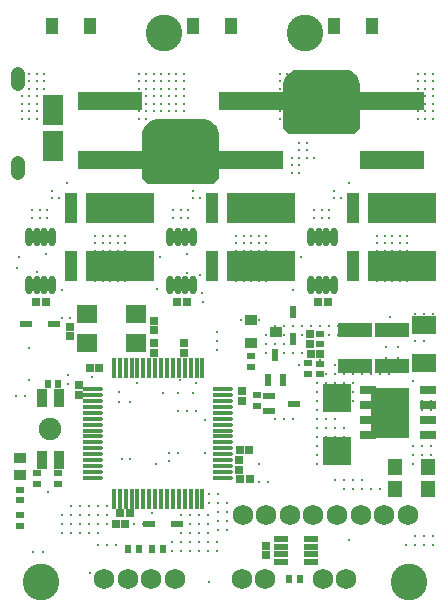
<source format=gbs>
G04 Layer_Color=16711935*
%FSAX25Y25*%
%MOIN*%
G70*
G01*
G75*
%ADD46C,0.12205*%
%ADD47C,0.07480*%
%ADD108R,0.02647X0.02647*%
%ADD109R,0.02765X0.02372*%
%ADD110R,0.02372X0.02765*%
%ADD111R,0.02647X0.02647*%
%ADD114C,0.06900*%
%ADD115C,0.01200*%
%ADD116O,0.06702X0.01584*%
%ADD117O,0.01584X0.06702*%
%ADD118R,0.05301X0.02805*%
%ADD119O,0.02372X0.06112*%
%ADD120R,0.04104X0.10206*%
%ADD121R,0.22647X0.10206*%
%ADD122R,0.06702X0.10049*%
%ADD123R,0.04567X0.02402*%
%ADD124R,0.03947X0.02372*%
%ADD125R,0.04200X0.03800*%
%ADD126R,0.04183X0.05403*%
%ADD127R,0.21466X0.05915*%
%ADD128R,0.11230X0.05128*%
%ADD129R,0.08080X0.05915*%
%ADD130R,0.06900X0.06100*%
%ADD131R,0.02372X0.03947*%
%ADD132R,0.03750X0.06112*%
%ADD133R,0.04143X0.03356*%
%ADD134R,0.02175X0.03947*%
%ADD135R,0.03947X0.02175*%
%ADD136R,0.04931X0.05403*%
%ADD137R,0.09655X0.09655*%
%ADD138R,0.13100X0.16600*%
%ADD139O,0.04931X0.08080*%
G36*
X0577199Y0375301D02*
X0592199Y0375301D01*
X0592200Y0375301D01*
X0592692Y0375301D01*
X0592697Y0375300D01*
X0592703Y0375301D01*
X0592721Y0375299D01*
X0592739Y0375297D01*
X0592744Y0375296D01*
X0592750Y0375295D01*
X0593716Y0375103D01*
X0593722Y0375101D01*
X0593728Y0375100D01*
X0593745Y0375095D01*
X0593762Y0375090D01*
X0593767Y0375088D01*
X0593773Y0375086D01*
X0594683Y0374709D01*
X0594688Y0374706D01*
X0594694Y0374704D01*
X0594709Y0374696D01*
X0594725Y0374688D01*
X0594730Y0374684D01*
X0594735Y0374681D01*
X0595554Y0374134D01*
X0595558Y0374130D01*
X0595563Y0374127D01*
X0595577Y0374116D01*
X0595591Y0374105D01*
X0595595Y0374100D01*
X0595599Y0374096D01*
X0596296Y0373400D01*
X0596300Y0373396D01*
X0596304Y0373392D01*
X0596315Y0373378D01*
X0596326Y0373364D01*
X0596329Y0373359D01*
X0596333Y0373355D01*
X0596880Y0372536D01*
X0596883Y0372531D01*
X0596887Y0372526D01*
X0596895Y0372510D01*
X0596903Y0372494D01*
X0596905Y0372489D01*
X0596908Y0372484D01*
X0597285Y0371574D01*
X0597287Y0371568D01*
X0597289Y0371563D01*
X0597294Y0371545D01*
X0597300Y0371529D01*
X0597300Y0371523D01*
X0597302Y0371517D01*
X0597494Y0370551D01*
X0597495Y0370545D01*
X0597496Y0370540D01*
X0597498Y0370522D01*
X0597500Y0370504D01*
X0597500Y0370498D01*
X0597500Y0370493D01*
X0597500Y0370000D01*
X0597500Y0356000D01*
X0597496Y0355953D01*
X0597485Y0355907D01*
X0597467Y0355863D01*
X0597443Y0355823D01*
X0597412Y0355787D01*
X0595412Y0353787D01*
X0595376Y0353757D01*
X0595336Y0353732D01*
X0595292Y0353714D01*
X0595246Y0353703D01*
X0595199Y0353699D01*
X0574199D01*
X0574152Y0353703D01*
X0574106Y0353714D01*
X0574062Y0353732D01*
X0574022Y0353757D01*
X0573986Y0353787D01*
X0571986Y0355787D01*
X0571956Y0355823D01*
X0571931Y0355863D01*
X0571913Y0355907D01*
X0571902Y0355953D01*
X0571898Y0356000D01*
X0571898Y0370000D01*
D01*
X0571898Y0370492D01*
X0571899Y0370498D01*
X0571898Y0370504D01*
X0571901Y0370522D01*
X0571902Y0370539D01*
X0571903Y0370545D01*
X0571904Y0370551D01*
X0572096Y0371517D01*
X0572098Y0371523D01*
X0572099Y0371529D01*
X0572104Y0371546D01*
X0572109Y0371563D01*
X0572111Y0371568D01*
X0572113Y0371574D01*
X0572490Y0372484D01*
X0572493Y0372489D01*
X0572495Y0372494D01*
X0572504Y0372510D01*
X0572511Y0372526D01*
X0572515Y0372531D01*
X0572518Y0372536D01*
X0573065Y0373355D01*
X0573069Y0373359D01*
X0573072Y0373364D01*
X0573083Y0373378D01*
X0573094Y0373392D01*
X0573099Y0373396D01*
X0573103Y0373400D01*
X0573799Y0374097D01*
X0573803Y0374100D01*
X0573807Y0374105D01*
X0573821Y0374116D01*
X0573835Y0374127D01*
X0573840Y0374130D01*
X0573844Y0374134D01*
X0574663Y0374681D01*
X0574669Y0374684D01*
X0574673Y0374688D01*
X0574689Y0374696D01*
X0574705Y0374704D01*
X0574710Y0374706D01*
X0574716Y0374709D01*
X0575626Y0375086D01*
X0575631Y0375088D01*
X0575636Y0375090D01*
X0575654Y0375095D01*
X0575670Y0375100D01*
X0575676Y0375101D01*
X0575682Y0375103D01*
X0576648Y0375295D01*
X0576654Y0375296D01*
X0576660Y0375297D01*
X0576677Y0375299D01*
X0576695Y0375301D01*
X0576701Y0375301D01*
X0576707Y0375301D01*
X0577199Y0375301D01*
D02*
G37*
G36*
X0624199Y0391801D02*
X0639199Y0391801D01*
X0639200Y0391801D01*
X0639692Y0391801D01*
X0639698Y0391800D01*
X0639703Y0391801D01*
X0639721Y0391798D01*
X0639739Y0391797D01*
X0639744Y0391796D01*
X0639750Y0391795D01*
X0640716Y0391603D01*
X0640722Y0391601D01*
X0640728Y0391600D01*
X0640745Y0391595D01*
X0640762Y0391590D01*
X0640767Y0391588D01*
X0640773Y0391586D01*
X0641683Y0391209D01*
X0641688Y0391206D01*
X0641693Y0391204D01*
X0641709Y0391196D01*
X0641725Y0391188D01*
X0641730Y0391184D01*
X0641735Y0391181D01*
X0642554Y0390634D01*
X0642558Y0390630D01*
X0642563Y0390627D01*
X0642577Y0390616D01*
X0642591Y0390605D01*
X0642595Y0390600D01*
X0642599Y0390597D01*
X0643296Y0389900D01*
X0643299Y0389896D01*
X0643304Y0389892D01*
X0643315Y0389878D01*
X0643326Y0389864D01*
X0643329Y0389859D01*
X0643333Y0389855D01*
X0643880Y0389036D01*
X0643883Y0389031D01*
X0643887Y0389026D01*
X0643895Y0389010D01*
X0643903Y0388994D01*
X0643905Y0388989D01*
X0643908Y0388983D01*
X0644285Y0388074D01*
X0644287Y0388068D01*
X0644289Y0388063D01*
X0644294Y0388045D01*
X0644300Y0388029D01*
X0644301Y0388023D01*
X0644302Y0388017D01*
X0644494Y0387051D01*
X0644495Y0387045D01*
X0644496Y0387039D01*
X0644498Y0387022D01*
X0644500Y0387004D01*
X0644500Y0386998D01*
X0644500Y0386992D01*
X0644500Y0386500D01*
X0644500Y0372500D01*
X0644496Y0372453D01*
X0644485Y0372407D01*
X0644467Y0372363D01*
X0644443Y0372323D01*
X0644412Y0372287D01*
X0642412Y0370287D01*
X0642376Y0370256D01*
X0642336Y0370232D01*
X0642292Y0370214D01*
X0642246Y0370203D01*
X0642199Y0370199D01*
X0621199D01*
X0621152Y0370203D01*
X0621106Y0370214D01*
X0621063Y0370232D01*
X0621022Y0370256D01*
X0620986Y0370287D01*
X0618986Y0372287D01*
X0618956Y0372323D01*
X0618931Y0372363D01*
X0618913Y0372407D01*
X0618902Y0372453D01*
X0618898Y0372500D01*
X0618898Y0386500D01*
D01*
X0618898Y0386992D01*
X0618899Y0386998D01*
X0618898Y0387004D01*
X0618900Y0387022D01*
X0618902Y0387039D01*
X0618903Y0387045D01*
X0618904Y0387051D01*
X0619096Y0388017D01*
X0619098Y0388023D01*
X0619099Y0388029D01*
X0619104Y0388046D01*
X0619109Y0388063D01*
X0619111Y0388068D01*
X0619113Y0388074D01*
X0619490Y0388984D01*
X0619493Y0388989D01*
X0619495Y0388994D01*
X0619503Y0389010D01*
X0619512Y0389026D01*
X0619515Y0389030D01*
X0619518Y0389036D01*
X0620065Y0389855D01*
X0620069Y0389859D01*
X0620072Y0389864D01*
X0620083Y0389878D01*
X0620094Y0389892D01*
X0620099Y0389896D01*
X0620103Y0389900D01*
X0620799Y0390597D01*
X0620803Y0390600D01*
X0620807Y0390605D01*
X0620821Y0390616D01*
X0620835Y0390627D01*
X0620840Y0390630D01*
X0620845Y0390634D01*
X0621664Y0391181D01*
X0621669Y0391184D01*
X0621673Y0391188D01*
X0621689Y0391196D01*
X0621705Y0391204D01*
X0621710Y0391206D01*
X0621715Y0391209D01*
X0622625Y0391586D01*
X0622631Y0391588D01*
X0622637Y0391590D01*
X0622654Y0391595D01*
X0622670Y0391600D01*
X0622676Y0391601D01*
X0622682Y0391603D01*
X0623648Y0391795D01*
X0623654Y0391796D01*
X0623660Y0391797D01*
X0623677Y0391799D01*
X0623695Y0391801D01*
X0623701Y0391800D01*
X0623707Y0391801D01*
X0624199Y0391801D01*
D02*
G37*
D46*
X0538199Y0221000D02*
D03*
X0660699D02*
D03*
X0626199Y0404000D02*
D03*
X0579199D02*
D03*
D47*
X0541239Y0271970D02*
D03*
D108*
X0585699Y0300650D02*
D03*
Y0297500D02*
D03*
X0604000Y0258425D02*
D03*
Y0261575D02*
D03*
X0547699Y0302925D02*
D03*
Y0306075D02*
D03*
X0575699Y0308075D02*
D03*
Y0304925D02*
D03*
X0550699Y0286650D02*
D03*
Y0283500D02*
D03*
X0605199Y0281500D02*
D03*
Y0284650D02*
D03*
X0613199Y0229925D02*
D03*
Y0233075D02*
D03*
X0627699Y0303549D02*
D03*
Y0300400D02*
D03*
X0575699Y0300575D02*
D03*
Y0297425D02*
D03*
D109*
X0536699Y0253728D02*
D03*
Y0257272D02*
D03*
X0608199Y0292728D02*
D03*
Y0296272D02*
D03*
X0610199Y0283272D02*
D03*
Y0279728D02*
D03*
X0627199Y0294043D02*
D03*
Y0290500D02*
D03*
X0631199Y0303746D02*
D03*
Y0300203D02*
D03*
Y0293746D02*
D03*
Y0290203D02*
D03*
X0543699Y0253728D02*
D03*
Y0257272D02*
D03*
X0531199Y0251772D02*
D03*
Y0248228D02*
D03*
Y0243272D02*
D03*
Y0239728D02*
D03*
D110*
X0624471Y0222000D02*
D03*
X0620927D02*
D03*
X0578699Y0232000D02*
D03*
X0575156D02*
D03*
X0570742D02*
D03*
X0567199D02*
D03*
X0540427Y0287000D02*
D03*
X0543971D02*
D03*
D111*
X0633774Y0314500D02*
D03*
X0630624D02*
D03*
X0586774D02*
D03*
X0583624D02*
D03*
X0564624Y0244000D02*
D03*
X0567774D02*
D03*
X0539774Y0314500D02*
D03*
X0536624D02*
D03*
X0557624Y0292500D02*
D03*
X0554475D02*
D03*
X0563124Y0240500D02*
D03*
X0566274D02*
D03*
X0604624Y0255500D02*
D03*
X0607774D02*
D03*
X0607575Y0265000D02*
D03*
X0604425D02*
D03*
X0628124Y0296974D02*
D03*
X0631274D02*
D03*
D114*
X0660443Y0243500D02*
D03*
X0652569D02*
D03*
X0636873D02*
D03*
X0628973D02*
D03*
X0621073D02*
D03*
X0613199D02*
D03*
X0605325D02*
D03*
X0644695D02*
D03*
X0582837Y0222000D02*
D03*
X0574937D02*
D03*
X0567063D02*
D03*
X0559189D02*
D03*
X0612937D02*
D03*
X0605063D02*
D03*
X0632063D02*
D03*
X0639937D02*
D03*
D115*
X0592199Y0314500D02*
D03*
X0591199Y0323500D02*
D03*
X0586774Y0314500D02*
D03*
X0629199Y0362500D02*
D03*
X0640955Y0354000D02*
D03*
X0546955D02*
D03*
X0593955D02*
D03*
X0544199Y0349000D02*
D03*
X0582199Y0362500D02*
D03*
X0591199Y0349000D02*
D03*
X0541699Y0351500D02*
D03*
X0588699D02*
D03*
Y0349000D02*
D03*
X0541699D02*
D03*
X0557624Y0292500D02*
D03*
X0662199Y0288000D02*
D03*
X0638199Y0349000D02*
D03*
X0635699Y0351500D02*
D03*
Y0349000D02*
D03*
X0577199Y0360000D02*
D03*
X0574699D02*
D03*
Y0362500D02*
D03*
X0579699D02*
D03*
X0577199D02*
D03*
X0621699Y0357500D02*
D03*
Y0360000D02*
D03*
Y0362500D02*
D03*
X0624199Y0357500D02*
D03*
Y0360000D02*
D03*
X0626699Y0362500D02*
D03*
X0624199D02*
D03*
X0624699Y0329500D02*
D03*
X0577699D02*
D03*
X0539699Y0330500D02*
D03*
X0530199Y0325728D02*
D03*
X0589699Y0287500D02*
D03*
X0585199Y0300500D02*
D03*
Y0297500D02*
D03*
X0584592Y0288200D02*
D03*
X0588699Y0284000D02*
D03*
X0583699D02*
D03*
X0578699D02*
D03*
X0586699Y0330500D02*
D03*
X0596699Y0304500D02*
D03*
Y0301500D02*
D03*
Y0298500D02*
D03*
X0610668Y0260500D02*
D03*
X0631199Y0295000D02*
D03*
X0607699Y0254500D02*
D03*
X0604699D02*
D03*
X0653231Y0299468D02*
D03*
X0657168D02*
D03*
X0653231Y0295532D02*
D03*
X0657168D02*
D03*
X0565099Y0262000D02*
D03*
X0567699D02*
D03*
X0572199Y0240500D02*
D03*
X0668699Y0233500D02*
D03*
X0665699D02*
D03*
X0662699D02*
D03*
X0659699D02*
D03*
X0636199Y0255000D02*
D03*
X0613699Y0254500D02*
D03*
X0610699D02*
D03*
Y0308500D02*
D03*
X0560199Y0233500D02*
D03*
X0563199D02*
D03*
X0624199Y0293500D02*
D03*
X0613199Y0300500D02*
D03*
X0616199Y0275500D02*
D03*
X0613199Y0297500D02*
D03*
Y0303500D02*
D03*
X0616199Y0300500D02*
D03*
Y0303500D02*
D03*
X0619199Y0297500D02*
D03*
Y0300500D02*
D03*
Y0303500D02*
D03*
X0616199Y0306500D02*
D03*
X0619199D02*
D03*
Y0275500D02*
D03*
X0622199D02*
D03*
Y0297500D02*
D03*
Y0300500D02*
D03*
X0625199Y0297500D02*
D03*
X0622199Y0303500D02*
D03*
X0625199D02*
D03*
X0628199D02*
D03*
X0634199D02*
D03*
X0631199D02*
D03*
X0637199D02*
D03*
X0625199Y0306500D02*
D03*
X0628199D02*
D03*
X0631199D02*
D03*
X0634199D02*
D03*
X0637199D02*
D03*
X0534199Y0288200D02*
D03*
Y0299000D02*
D03*
X0555199Y0298500D02*
D03*
Y0301000D02*
D03*
Y0303500D02*
D03*
X0575299Y0244146D02*
D03*
X0581699Y0231500D02*
D03*
Y0234500D02*
D03*
X0584699Y0231500D02*
D03*
Y0237500D02*
D03*
Y0234500D02*
D03*
Y0240500D02*
D03*
Y0243500D02*
D03*
X0580699Y0261376D02*
D03*
Y0264000D02*
D03*
X0583699D02*
D03*
X0575699Y0300575D02*
D03*
X0535199Y0342500D02*
D03*
X0537699D02*
D03*
X0539774Y0314500D02*
D03*
X0540199Y0342500D02*
D03*
X0535199Y0345000D02*
D03*
X0537699D02*
D03*
X0540199D02*
D03*
X0541699Y0405000D02*
D03*
X0555699Y0347500D02*
D03*
X0565699Y0345000D02*
D03*
X0558199Y0347500D02*
D03*
X0565699D02*
D03*
X0541699Y0408000D02*
D03*
X0563199Y0347500D02*
D03*
X0560699D02*
D03*
X0569699Y0309000D02*
D03*
X0567199D02*
D03*
X0565699Y0342500D02*
D03*
X0572199Y0309000D02*
D03*
X0582199Y0342500D02*
D03*
X0587199D02*
D03*
X0577199Y0365000D02*
D03*
Y0367500D02*
D03*
Y0372500D02*
D03*
Y0370000D02*
D03*
X0582199Y0345000D02*
D03*
X0584699Y0342500D02*
D03*
Y0345000D02*
D03*
X0587199D02*
D03*
X0579699Y0370000D02*
D03*
Y0372500D02*
D03*
Y0367500D02*
D03*
Y0365000D02*
D03*
X0587699Y0231500D02*
D03*
Y0234500D02*
D03*
X0590699Y0231500D02*
D03*
Y0234500D02*
D03*
X0587699Y0237500D02*
D03*
Y0240500D02*
D03*
X0590699Y0237500D02*
D03*
X0587699Y0243500D02*
D03*
X0590699Y0240500D02*
D03*
X0594199Y0221000D02*
D03*
X0593699Y0231500D02*
D03*
X0613199Y0230000D02*
D03*
X0593699Y0234500D02*
D03*
Y0237500D02*
D03*
X0596699Y0231500D02*
D03*
X0593699Y0240500D02*
D03*
X0596699Y0234500D02*
D03*
X0593699Y0243500D02*
D03*
X0590699D02*
D03*
X0607575Y0265000D02*
D03*
X0605199Y0284650D02*
D03*
X0610199Y0283272D02*
D03*
X0633199Y0275500D02*
D03*
X0630199Y0278500D02*
D03*
Y0275500D02*
D03*
X0614046Y0283059D02*
D03*
X0633199Y0278500D02*
D03*
X0630199Y0284500D02*
D03*
Y0281500D02*
D03*
X0636199Y0275500D02*
D03*
Y0278500D02*
D03*
X0640699Y0235000D02*
D03*
X0636199Y0281500D02*
D03*
X0633199D02*
D03*
X0639199Y0278500D02*
D03*
X0636199Y0284500D02*
D03*
X0639199Y0281500D02*
D03*
X0633199Y0284500D02*
D03*
X0630199Y0287500D02*
D03*
X0613719Y0288437D02*
D03*
X0633199Y0287500D02*
D03*
Y0290500D02*
D03*
X0636199Y0287500D02*
D03*
Y0290500D02*
D03*
X0639199Y0284500D02*
D03*
Y0290500D02*
D03*
Y0287500D02*
D03*
X0645199Y0290500D02*
D03*
X0642199D02*
D03*
X0654199D02*
D03*
X0648199D02*
D03*
X0651199D02*
D03*
X0612699Y0345000D02*
D03*
X0629199Y0342500D02*
D03*
X0612699D02*
D03*
X0629199Y0345000D02*
D03*
X0631699Y0342500D02*
D03*
X0602699Y0347500D02*
D03*
X0605199D02*
D03*
X0588699Y0405000D02*
D03*
Y0408000D02*
D03*
X0610199Y0347500D02*
D03*
X0607699D02*
D03*
X0631699Y0345000D02*
D03*
X0612699Y0347500D02*
D03*
X0624199Y0365000D02*
D03*
Y0367500D02*
D03*
X0626699D02*
D03*
Y0365000D02*
D03*
X0639199Y0293500D02*
D03*
X0636199D02*
D03*
X0642199D02*
D03*
X0648199D02*
D03*
X0645199D02*
D03*
X0654443Y0309500D02*
D03*
X0634199Y0342500D02*
D03*
Y0345000D02*
D03*
X0635699Y0405000D02*
D03*
Y0408000D02*
D03*
X0659699Y0345000D02*
D03*
X0649699Y0347500D02*
D03*
X0659699Y0342500D02*
D03*
X0654699Y0347500D02*
D03*
X0652199D02*
D03*
X0657199D02*
D03*
X0659699D02*
D03*
X0630199Y0263500D02*
D03*
Y0260500D02*
D03*
Y0266500D02*
D03*
X0633199Y0263500D02*
D03*
Y0260500D02*
D03*
X0630199Y0269500D02*
D03*
X0633199Y0266500D02*
D03*
X0630199Y0272500D02*
D03*
X0633199Y0269500D02*
D03*
Y0272500D02*
D03*
X0636199Y0263642D02*
D03*
Y0260500D02*
D03*
Y0269500D02*
D03*
Y0266500D02*
D03*
X0639199Y0263500D02*
D03*
Y0260500D02*
D03*
Y0266500D02*
D03*
Y0269500D02*
D03*
X0636199Y0272500D02*
D03*
X0639199D02*
D03*
X0657199Y0284574D02*
D03*
X0567699Y0281000D02*
D03*
X0554573Y0405000D02*
D03*
Y0408000D02*
D03*
X0601573D02*
D03*
Y0405000D02*
D03*
X0648573Y0408000D02*
D03*
Y0405000D02*
D03*
X0575156Y0232000D02*
D03*
X0567199D02*
D03*
X0551199Y0237500D02*
D03*
X0554199D02*
D03*
X0548199Y0240500D02*
D03*
X0554199D02*
D03*
X0551199Y0243500D02*
D03*
Y0240500D02*
D03*
X0554199Y0243500D02*
D03*
X0557199Y0240500D02*
D03*
Y0237500D02*
D03*
X0560199Y0240500D02*
D03*
X0563199D02*
D03*
X0570742Y0232000D02*
D03*
X0557199Y0243500D02*
D03*
X0560199D02*
D03*
X0569199Y0240500D02*
D03*
X0554199Y0246500D02*
D03*
X0557199D02*
D03*
X0560199D02*
D03*
X0578699Y0232000D02*
D03*
X0576499Y0260500D02*
D03*
X0613199Y0233000D02*
D03*
X0605199Y0281500D02*
D03*
X0608199Y0296272D02*
D03*
X0531699Y0375500D02*
D03*
X0534199D02*
D03*
X0536699D02*
D03*
Y0378000D02*
D03*
X0539199Y0375500D02*
D03*
Y0378000D02*
D03*
X0573199Y0375500D02*
D03*
X0570699D02*
D03*
X0578199Y0378000D02*
D03*
X0575699D02*
D03*
X0534199D02*
D03*
X0531699D02*
D03*
X0536699Y0380500D02*
D03*
X0534199D02*
D03*
X0570699Y0378000D02*
D03*
X0573199D02*
D03*
X0580699Y0380500D02*
D03*
X0573199D02*
D03*
X0583199Y0378000D02*
D03*
X0580699D02*
D03*
X0585699D02*
D03*
Y0380500D02*
D03*
X0617699Y0378000D02*
D03*
Y0375500D02*
D03*
X0531699Y0380500D02*
D03*
X0534199Y0383000D02*
D03*
X0531699D02*
D03*
X0534199Y0385500D02*
D03*
X0536699Y0383000D02*
D03*
Y0385500D02*
D03*
X0539199Y0380500D02*
D03*
Y0383000D02*
D03*
X0570699Y0380500D02*
D03*
X0573199Y0383000D02*
D03*
X0570699D02*
D03*
X0539199Y0385500D02*
D03*
X0573199D02*
D03*
X0570699D02*
D03*
X0534199Y0388000D02*
D03*
X0536699D02*
D03*
X0534199Y0390500D02*
D03*
X0570699Y0388000D02*
D03*
X0539199D02*
D03*
X0573199D02*
D03*
X0539199Y0390500D02*
D03*
X0536699D02*
D03*
X0573199D02*
D03*
X0570699D02*
D03*
X0575699Y0383000D02*
D03*
X0578199Y0380500D02*
D03*
X0575699D02*
D03*
X0578199Y0385500D02*
D03*
X0575699D02*
D03*
X0580699Y0383000D02*
D03*
X0578199D02*
D03*
X0583199Y0380500D02*
D03*
Y0383000D02*
D03*
X0617699Y0380500D02*
D03*
X0585699Y0383000D02*
D03*
X0583199Y0385500D02*
D03*
X0580699D02*
D03*
X0617699Y0383000D02*
D03*
Y0385500D02*
D03*
X0578199Y0388000D02*
D03*
X0575699D02*
D03*
X0583199D02*
D03*
X0580699D02*
D03*
X0578199Y0390500D02*
D03*
X0575699D02*
D03*
X0583199D02*
D03*
X0580699D02*
D03*
X0585699Y0385500D02*
D03*
Y0388000D02*
D03*
X0617699D02*
D03*
X0585699Y0390500D02*
D03*
X0620199Y0388000D02*
D03*
X0617699Y0390500D02*
D03*
X0662699Y0301500D02*
D03*
Y0304500D02*
D03*
Y0307500D02*
D03*
Y0310500D02*
D03*
X0622699Y0373000D02*
D03*
X0625199D02*
D03*
X0620199Y0375500D02*
D03*
X0627699Y0373000D02*
D03*
Y0375500D02*
D03*
X0632699Y0373000D02*
D03*
X0630199D02*
D03*
Y0375500D02*
D03*
X0632699D02*
D03*
X0665699Y0301500D02*
D03*
Y0310500D02*
D03*
X0668699D02*
D03*
X0620199Y0378000D02*
D03*
X0622699Y0375500D02*
D03*
Y0378000D02*
D03*
X0620199Y0380500D02*
D03*
Y0383000D02*
D03*
X0622699Y0380500D02*
D03*
Y0383000D02*
D03*
X0625199Y0375500D02*
D03*
Y0378000D02*
D03*
X0630199D02*
D03*
X0627699D02*
D03*
X0625199Y0380500D02*
D03*
Y0383000D02*
D03*
X0630199Y0380500D02*
D03*
X0627699D02*
D03*
X0622699Y0385500D02*
D03*
X0620199D02*
D03*
X0625199D02*
D03*
X0622699Y0388000D02*
D03*
Y0390500D02*
D03*
X0620199D02*
D03*
X0625199Y0388000D02*
D03*
Y0390500D02*
D03*
X0627699Y0383000D02*
D03*
Y0385500D02*
D03*
X0630199Y0383000D02*
D03*
Y0385500D02*
D03*
X0627699Y0388000D02*
D03*
Y0390500D02*
D03*
X0630199Y0388000D02*
D03*
Y0390500D02*
D03*
X0632699Y0378000D02*
D03*
X0663699Y0375500D02*
D03*
Y0378000D02*
D03*
X0632699Y0380500D02*
D03*
Y0383000D02*
D03*
X0663699Y0380500D02*
D03*
X0666199Y0375500D02*
D03*
Y0378000D02*
D03*
X0668699Y0375500D02*
D03*
Y0378000D02*
D03*
X0666199Y0380500D02*
D03*
Y0383000D02*
D03*
X0668699Y0380500D02*
D03*
Y0383000D02*
D03*
X0632699Y0385500D02*
D03*
X0663699Y0383000D02*
D03*
X0632699Y0388000D02*
D03*
Y0390500D02*
D03*
X0663699Y0385500D02*
D03*
Y0390500D02*
D03*
X0666199Y0385500D02*
D03*
X0663699Y0388000D02*
D03*
X0668699Y0385500D02*
D03*
X0666199Y0388000D02*
D03*
Y0390500D02*
D03*
X0668699Y0388000D02*
D03*
Y0390500D02*
D03*
X0570199Y0287500D02*
D03*
X0556199Y0334000D02*
D03*
X0561199Y0331500D02*
D03*
Y0329000D02*
D03*
X0556199Y0326500D02*
D03*
X0563699D02*
D03*
Y0329000D02*
D03*
X0561199Y0326500D02*
D03*
Y0324000D02*
D03*
X0563699D02*
D03*
X0566199D02*
D03*
Y0326500D02*
D03*
Y0329000D02*
D03*
Y0321500D02*
D03*
X0563699D02*
D03*
X0561199D02*
D03*
X0558699D02*
D03*
Y0324000D02*
D03*
Y0326500D02*
D03*
Y0329000D02*
D03*
X0556199Y0324000D02*
D03*
Y0321500D02*
D03*
Y0329000D02*
D03*
Y0331500D02*
D03*
X0558699D02*
D03*
X0563699D02*
D03*
X0566199D02*
D03*
Y0334000D02*
D03*
X0563699D02*
D03*
X0561199D02*
D03*
X0558699D02*
D03*
X0566199Y0336500D02*
D03*
X0563699D02*
D03*
X0561199D02*
D03*
X0558699D02*
D03*
X0556199D02*
D03*
X0603199Y0334000D02*
D03*
X0608199Y0331500D02*
D03*
Y0329000D02*
D03*
X0603199Y0326500D02*
D03*
X0610699D02*
D03*
Y0329000D02*
D03*
X0608199Y0326500D02*
D03*
Y0324000D02*
D03*
X0610699D02*
D03*
X0613199D02*
D03*
Y0326500D02*
D03*
Y0329000D02*
D03*
Y0321500D02*
D03*
X0610699D02*
D03*
X0608199D02*
D03*
X0605699D02*
D03*
Y0324000D02*
D03*
Y0326500D02*
D03*
Y0329000D02*
D03*
X0603199Y0324000D02*
D03*
Y0321500D02*
D03*
Y0329000D02*
D03*
Y0331500D02*
D03*
X0605699D02*
D03*
X0610699D02*
D03*
X0613199D02*
D03*
Y0334000D02*
D03*
X0610699D02*
D03*
X0608199D02*
D03*
X0605699D02*
D03*
X0613199Y0336500D02*
D03*
X0610699D02*
D03*
X0608199D02*
D03*
X0605699D02*
D03*
X0603199D02*
D03*
X0650199D02*
D03*
X0652699D02*
D03*
X0655199D02*
D03*
X0657699D02*
D03*
X0660199D02*
D03*
X0652699Y0334000D02*
D03*
X0655199D02*
D03*
X0657699D02*
D03*
X0660199D02*
D03*
Y0331500D02*
D03*
X0657699D02*
D03*
X0652699D02*
D03*
X0650199D02*
D03*
Y0329000D02*
D03*
Y0321500D02*
D03*
Y0324000D02*
D03*
X0652699Y0329000D02*
D03*
Y0326500D02*
D03*
Y0324000D02*
D03*
Y0321500D02*
D03*
X0655199D02*
D03*
X0657699D02*
D03*
X0660199D02*
D03*
Y0329000D02*
D03*
Y0326500D02*
D03*
Y0324000D02*
D03*
X0657699D02*
D03*
X0655199D02*
D03*
Y0326500D02*
D03*
X0657699Y0329000D02*
D03*
Y0326500D02*
D03*
X0650199D02*
D03*
X0655199Y0329000D02*
D03*
Y0331500D02*
D03*
X0650199Y0334000D02*
D03*
X0589795Y0277904D02*
D03*
X0586699Y0278000D02*
D03*
X0583699D02*
D03*
X0622199Y0318500D02*
D03*
X0600199Y0247500D02*
D03*
X0597199Y0250500D02*
D03*
Y0247500D02*
D03*
X0600199Y0244500D02*
D03*
Y0241500D02*
D03*
X0597199D02*
D03*
X0600199Y0238500D02*
D03*
X0594199Y0250500D02*
D03*
Y0247500D02*
D03*
X0597199Y0244500D02*
D03*
Y0238500D02*
D03*
X0604425Y0265000D02*
D03*
X0592699Y0264000D02*
D03*
Y0275000D02*
D03*
X0639199Y0252000D02*
D03*
X0642199D02*
D03*
X0645199D02*
D03*
X0648199D02*
D03*
X0651199D02*
D03*
X0654199D02*
D03*
X0639199Y0255000D02*
D03*
X0642199D02*
D03*
X0645199D02*
D03*
X0662699Y0236500D02*
D03*
X0665699D02*
D03*
X0668699D02*
D03*
X0668199Y0263500D02*
D03*
X0665199D02*
D03*
X0662199D02*
D03*
X0668199Y0284500D02*
D03*
Y0281500D02*
D03*
Y0278500D02*
D03*
Y0275500D02*
D03*
Y0266500D02*
D03*
X0665199Y0278500D02*
D03*
Y0275500D02*
D03*
Y0284500D02*
D03*
Y0281500D02*
D03*
Y0266500D02*
D03*
X0662199D02*
D03*
Y0260500D02*
D03*
X0665199D02*
D03*
X0668199D02*
D03*
X0642199Y0284500D02*
D03*
Y0287500D02*
D03*
Y0281500D02*
D03*
X0536699Y0324300D02*
D03*
X0576928Y0318728D02*
D03*
X0534199Y0307000D02*
D03*
X0547786Y0308913D02*
D03*
X0545286Y0308913D02*
D03*
X0545199Y0318500D02*
D03*
X0622199Y0306500D02*
D03*
X0604699Y0308500D02*
D03*
X0607699D02*
D03*
X0529699Y0283000D02*
D03*
X0532699D02*
D03*
X0554622Y0224150D02*
D03*
X0531199Y0239728D02*
D03*
Y0256728D02*
D03*
X0557199Y0233500D02*
D03*
X0545199Y0237500D02*
D03*
X0538699Y0231000D02*
D03*
X0535604D02*
D03*
X0531199Y0248228D02*
D03*
X0548199Y0246500D02*
D03*
X0551199D02*
D03*
X0548199Y0243500D02*
D03*
X0545199D02*
D03*
X0540599Y0251000D02*
D03*
X0530699Y0329500D02*
D03*
X0564199Y0281000D02*
D03*
Y0284500D02*
D03*
X0555199Y0289500D02*
D03*
X0547199Y0287000D02*
D03*
X0541199D02*
D03*
X0547199Y0290000D02*
D03*
X0586699Y0324000D02*
D03*
X0591699Y0317500D02*
D03*
X0545199Y0240500D02*
D03*
X0548199Y0237500D02*
D03*
D116*
X0555447Y0285264D02*
D03*
Y0283295D02*
D03*
Y0281327D02*
D03*
Y0279358D02*
D03*
Y0277390D02*
D03*
Y0275421D02*
D03*
Y0273453D02*
D03*
Y0271484D02*
D03*
Y0269516D02*
D03*
Y0267547D02*
D03*
Y0265579D02*
D03*
Y0263610D02*
D03*
Y0261642D02*
D03*
Y0259673D02*
D03*
Y0257705D02*
D03*
Y0255736D02*
D03*
X0598951D02*
D03*
Y0257705D02*
D03*
Y0259673D02*
D03*
Y0261642D02*
D03*
Y0263610D02*
D03*
Y0265579D02*
D03*
Y0267547D02*
D03*
Y0269516D02*
D03*
Y0271484D02*
D03*
Y0273453D02*
D03*
Y0275421D02*
D03*
Y0277390D02*
D03*
Y0279358D02*
D03*
Y0281327D02*
D03*
Y0283295D02*
D03*
Y0285264D02*
D03*
D117*
X0562435Y0248748D02*
D03*
X0564404D02*
D03*
X0566372D02*
D03*
X0568341D02*
D03*
X0570309D02*
D03*
X0572278D02*
D03*
X0574246D02*
D03*
X0576215D02*
D03*
X0578183D02*
D03*
X0580152D02*
D03*
X0582120D02*
D03*
X0584089D02*
D03*
X0586057D02*
D03*
X0588026D02*
D03*
X0589994D02*
D03*
X0591963D02*
D03*
Y0292252D02*
D03*
X0589994D02*
D03*
X0588026D02*
D03*
X0586057D02*
D03*
X0584089D02*
D03*
X0582120D02*
D03*
X0580152D02*
D03*
X0578183D02*
D03*
X0576215D02*
D03*
X0574246D02*
D03*
X0572278D02*
D03*
X0570309D02*
D03*
X0568341D02*
D03*
X0566372D02*
D03*
X0564404D02*
D03*
X0562435D02*
D03*
D118*
X0667150Y0285000D02*
D03*
Y0280000D02*
D03*
Y0275000D02*
D03*
Y0270000D02*
D03*
X0647248Y0285000D02*
D03*
Y0280000D02*
D03*
Y0275000D02*
D03*
Y0270000D02*
D03*
D119*
X0628161Y0336071D02*
D03*
X0630721D02*
D03*
X0633280D02*
D03*
X0635839D02*
D03*
X0628161Y0319929D02*
D03*
X0630721D02*
D03*
X0633280D02*
D03*
X0635839D02*
D03*
X0581161Y0336071D02*
D03*
X0583720D02*
D03*
X0586279D02*
D03*
X0588839D02*
D03*
X0581161Y0319929D02*
D03*
X0583720D02*
D03*
X0586279D02*
D03*
X0588839D02*
D03*
X0534161Y0336071D02*
D03*
X0536721D02*
D03*
X0539280D02*
D03*
X0541839D02*
D03*
X0534161Y0319929D02*
D03*
X0536721D02*
D03*
X0539280D02*
D03*
X0541839D02*
D03*
D120*
X0548224Y0326236D02*
D03*
Y0345764D02*
D03*
X0642224Y0326236D02*
D03*
Y0345764D02*
D03*
X0595224D02*
D03*
Y0326236D02*
D03*
D121*
X0564504Y0345764D02*
D03*
Y0326236D02*
D03*
X0658504Y0345764D02*
D03*
Y0326236D02*
D03*
X0611504D02*
D03*
Y0345764D02*
D03*
D122*
X0542199Y0378508D02*
D03*
Y0366500D02*
D03*
D123*
X0618081Y0235339D02*
D03*
X0628317D02*
D03*
Y0227661D02*
D03*
Y0230221D02*
D03*
Y0232780D02*
D03*
X0618081D02*
D03*
Y0230221D02*
D03*
Y0227661D02*
D03*
D124*
X0622353Y0280500D02*
D03*
X0614046Y0283059D02*
D03*
Y0277941D02*
D03*
D125*
X0608262Y0300760D02*
D03*
Y0308300D02*
D03*
X0616599Y0304500D02*
D03*
D126*
X0635762Y0406500D02*
D03*
X0648636D02*
D03*
X0541762D02*
D03*
X0554636D02*
D03*
X0588762D02*
D03*
X0601636D02*
D03*
D127*
X0561199Y0361559D02*
D03*
Y0381441D02*
D03*
X0655199Y0361559D02*
D03*
Y0381441D02*
D03*
X0608199Y0361559D02*
D03*
Y0381441D02*
D03*
D128*
X0642699Y0304906D02*
D03*
Y0293094D02*
D03*
X0655199Y0304906D02*
D03*
Y0293094D02*
D03*
D129*
X0665699Y0294000D02*
D03*
Y0306598D02*
D03*
D130*
X0553549Y0300750D02*
D03*
X0569849D02*
D03*
Y0310250D02*
D03*
X0553549D02*
D03*
D131*
X0616278Y0296654D02*
D03*
X0613719Y0288347D02*
D03*
X0618837D02*
D03*
D132*
X0538385Y0282206D02*
D03*
X0544094D02*
D03*
X0538385Y0261734D02*
D03*
X0544094D02*
D03*
D133*
X0531199Y0262240D02*
D03*
Y0256728D02*
D03*
D134*
X0622199Y0311126D02*
D03*
Y0301874D02*
D03*
D135*
X0542325Y0307000D02*
D03*
X0533073D02*
D03*
X0583325Y0240500D02*
D03*
X0574073D02*
D03*
D136*
X0667211Y0259500D02*
D03*
X0656187D02*
D03*
Y0252000D02*
D03*
X0667211D02*
D03*
D137*
X0636699Y0264642D02*
D03*
Y0282358D02*
D03*
D138*
X0654449Y0277500D02*
D03*
D139*
X0530499Y0359000D02*
D03*
Y0388528D02*
D03*
M02*

</source>
